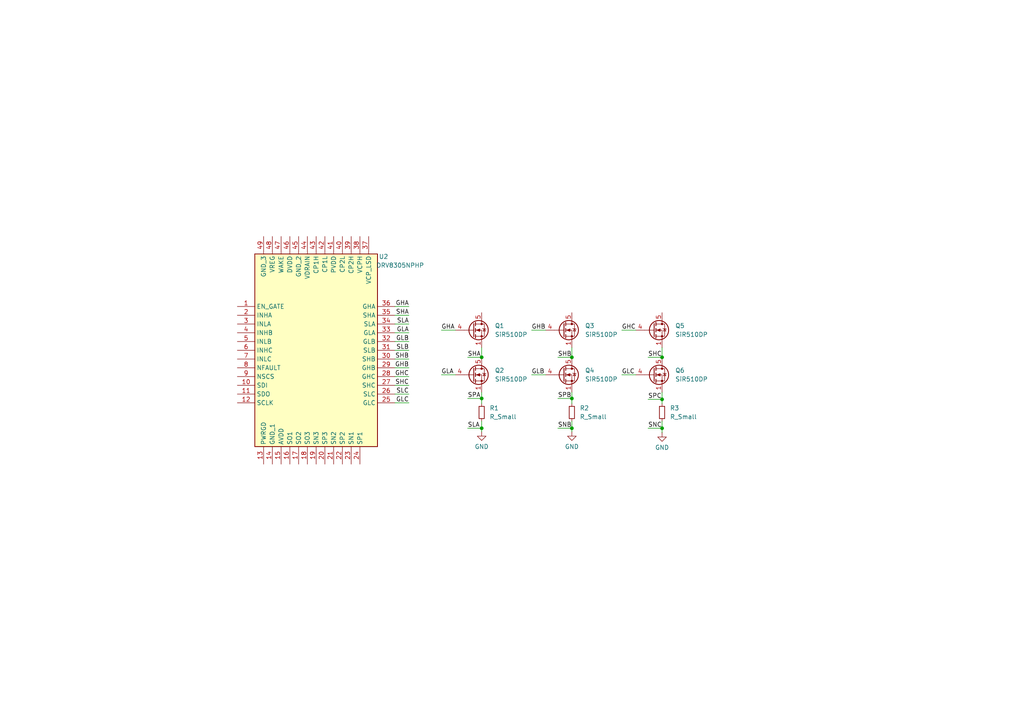
<source format=kicad_sch>
(kicad_sch (version 20240812) (generator "eeschema") (generator_version "8.99")
  (paper "A4")
  (title_block (title "DEVESC") (date "2024-10-06") (rev "V1.0") (company "Murex Robotics [Max Liu]") (comment 4 "Ultra-compact automotive BLDC gate driver + power switching module"))
  (lib_symbols
    (symbol "DRV8305NPHP:DRV8305NPHP"
      (property "Reference" "IC" (at 41.91 20.32 0))
      (property "Value" "DRV8305NPHP" (at 41.91 17.78 0))
      (symbol "DRV8305NPHP_1_1"
        (rectangle (start 5.08 15.24) (end 40.64 -40.64) (stroke (width 0.254)) (fill (type background)))
        (pin passive line (at 0 0 0) (length 5.08) (name "EN_GATE") (number "1"))
        (pin passive line (at 0 -2.54 0) (length 5.08) (name "INHA") (number "2"))
        (pin passive line (at 0 -5.08 0) (length 5.08) (name "INLA") (number "3"))
        (pin passive line (at 0 -7.62 0) (length 5.08) (name "INHB") (number "4"))
        (pin passive line (at 0 -10.16 0) (length 5.08) (name "INLB") (number "5"))
        (pin passive line (at 0 -12.7 0) (length 5.08) (name "INHC") (number "6"))
        (pin passive line (at 0 -15.24 0) (length 5.08) (name "INLC") (number "7"))
        (pin passive line (at 0 -17.78 0) (length 5.08) (name "NFAULT") (number "8"))
        (pin passive line (at 0 -20.32 0) (length 5.08) (name "NSCS") (number "9"))
        (pin passive line (at 0 -22.86 0) (length 5.08) (name "SDI") (number "10"))
        (pin passive line (at 0 -25.4 0) (length 5.08) (name "SDO") (number "11"))
        (pin passive line (at 0 -27.94 0) (length 5.08) (name "SCLK") (number "12"))
        (pin passive line (at 7.62 20.32 270) (length 5.08) (name "GND_3") (number "49"))
        (pin passive line (at 7.62 -45.72 90) (length 5.08) (name "PWRGD") (number "13"))
        (pin passive line (at 10.16 20.32 270) (length 5.08) (name "VREG") (number "48"))
        (pin passive line (at 10.16 -45.72 90) (length 5.08) (name "GND_1") (number "14"))
        (pin passive line (at 12.7 20.32 270) (length 5.08) (name "WAKE") (number "47"))
        (pin passive line (at 12.7 -45.72 90) (length 5.08) (name "AVDD") (number "15"))
        (pin passive line (at 15.24 20.32 270) (length 5.08) (name "DVDD") (number "46"))
        (pin passive line (at 15.24 -45.72 90) (length 5.08) (name "SO1") (number "16"))
        (pin passive line (at 17.78 20.32 270) (length 5.08) (name "GND_2") (number "45"))
        (pin passive line (at 17.78 -45.72 90) (length 5.08) (name "SO2") (number "17"))
        (pin passive line (at 20.32 20.32 270) (length 5.08) (name "VDRAIN") (number "44"))
        (pin passive line (at 20.32 -45.72 90) (length 5.08) (name "SO3") (number "18"))
        (pin passive line (at 22.86 20.32 270) (length 5.08) (name "CP1H") (number "43"))
        (pin passive line (at 22.86 -45.72 90) (length 5.08) (name "SN3") (number "19"))
        (pin passive line (at 25.4 20.32 270) (length 5.08) (name "CP1L") (number "42"))
        (pin passive line (at 25.4 -45.72 90) (length 5.08) (name "SP3") (number "20"))
        (pin passive line (at 27.94 20.32 270) (length 5.08) (name "PVDD") (number "41"))
        (pin passive line (at 27.94 -45.72 90) (length 5.08) (name "SN2") (number "21"))
        (pin passive line (at 30.48 20.32 270) (length 5.08) (name "CP2L") (number "40"))
        (pin passive line (at 30.48 -45.72 90) (length 5.08) (name "SP2") (number "22"))
        (pin passive line (at 33.02 20.32 270) (length 5.08) (name "CP2H") (number "39"))
        (pin passive line (at 33.02 -45.72 90) (length 5.08) (name "SN1") (number "23"))
        (pin passive line (at 35.56 20.32 270) (length 5.08) (name "VCPH") (number "38"))
        (pin passive line (at 35.56 -45.72 90) (length 5.08) (name "SP1") (number "24"))
        (pin passive line (at 38.1 20.32 270) (length 5.08) (name "VCP_LSD") (number "37"))
        (pin passive line (at 45.72 0 180) (length 5.08) (name "GHA") (number "36"))
        (pin passive line (at 45.72 -2.54 180) (length 5.08) (name "SHA") (number "35"))
        (pin passive line (at 45.72 -5.08 180) (length 5.08) (name "SLA") (number "34"))
        (pin passive line (at 45.72 -7.62 180) (length 5.08) (name "GLA") (number "33"))
        (pin passive line (at 45.72 -10.16 180) (length 5.08) (name "GLB") (number "32"))
        (pin passive line (at 45.72 -12.7 180) (length 5.08) (name "SLB") (number "31"))
        (pin passive line (at 45.72 -15.24 180) (length 5.08) (name "SHB") (number "30"))
        (pin passive line (at 45.72 -17.78 180) (length 5.08) (name "GHB") (number "29"))
        (pin passive line (at 45.72 -20.32 180) (length 5.08) (name "GHC") (number "28"))
        (pin passive line (at 45.72 -22.86 180) (length 5.08) (name "SHC") (number "27"))
        (pin passive line (at 45.72 -25.4 180) (length 5.08) (name "SLC") (number "26"))
        (pin passive line (at 45.72 -27.94 180) (length 5.08) (name "GLC") (number "25"))
      )
    )
    (symbol "Device:R_Small" (pin_numbers hide) (pin_names (offset 0.254) hide)
      (property "Reference" "R" (at 0.762 0.508 0))
      (property "Value" "R_Small" (at 0.762 -1.016 0))
      (symbol "R_Small_0_1"
        (rectangle (start -0.762 1.778) (end 0.762 -1.778) (stroke (width 0.2032)))
      )
      (symbol "R_Small_1_1"
        (pin passive line (at 0 2.54 270) (length 0.762) (name "~") (number "1"))
        (pin passive line (at 0 -2.54 90) (length 0.762) (name "~") (number "2"))
      )
    )
    (symbol "Transistor_FET:CSD16404Q5A" (pin_names hide)
      (property "Reference" "Q" (at 5.08 1.905 0))
      (property "Value" "CSD16404Q5A" (at 5.08 0 0))
      (symbol "CSD16404Q5A_0_1"
        (polyline (pts (xy 0.254 1.905) (xy 0.254 -1.905)) (stroke (width 0.254)))
        (polyline (pts (xy 0.254 0) (xy -2.54 0)))
        (polyline (pts (xy 0.762 2.286) (xy 0.762 1.27)) (stroke (width 0.254)))
        (polyline (pts (xy 0.762 0.508) (xy 0.762 -0.508)) (stroke (width 0.254)))
        (polyline (pts (xy 0.762 -1.27) (xy 0.762 -2.286)) (stroke (width 0.254)))
        (polyline (pts (xy 0.762 -1.778) (xy 3.302 -1.778) (xy 3.302 1.778) (xy 0.762 1.778)))
        (polyline (pts (xy 1.016 0) (xy 2.032 0.381) (xy 2.032 -0.381) (xy 1.016 0)) (fill (type outline)))
        (circle (center 1.651 0) (radius 2.794) (stroke (width 0.254)))
        (polyline (pts (xy 2.54 2.54) (xy 2.54 1.778)))
        (circle (center 2.54 1.778) (radius 0.254) (fill (type outline)))
        (circle (center 2.54 -1.778) (radius 0.254) (fill (type outline)))
        (polyline (pts (xy 2.54 -2.54) (xy 2.54 0) (xy 0.762 0)))
        (polyline (pts (xy 2.794 0.508) (xy 2.921 0.381) (xy 3.683 0.381) (xy 3.81 0.254)))
        (polyline (pts (xy 3.302 0.381) (xy 2.921 -0.254) (xy 3.683 -0.254) (xy 3.302 0.381)))
      )
      (symbol "CSD16404Q5A_1_1"
        (pin passive line (at -5.08 0 0) (length 2.54) (name "G") (number "4"))
        (pin passive line (at 2.54 5.08 270) (length 2.54) (name "D") (number "5"))
        (pin passive line (at 2.54 -5.08 90) (length 2.54) (name "S") (number "1"))
        (pin passive line (at 2.54 -5.08 90) (length 2.54) hide (name "S") (number "2"))
        (pin passive line (at 2.54 -5.08 90) (length 2.54) hide (name "S") (number "3"))
      )
    )
    (symbol "power:GND" (power) (pin_numbers hide) (pin_names (offset 0) hide)
      (property "Value" "GND" (at 0 -3.81 0))
      (symbol "GND_0_1"
        (polyline (pts (xy 0 0) (xy 0 -1.27) (xy 1.27 -1.27) (xy 0 -2.54) (xy -1.27 -1.27) (xy 0 -1.27)))
      )
      (symbol "GND_1_1"
        (pin power_in line (at 0 0 270) (length 0) (name "~") (number "1"))
      )
    )
  )
  (junction (at 165.862 115.57))
  (junction (at 192.024 115.824))
  (junction (at 139.7 124.206))
  (junction (at 192.024 103.632))
  (junction (at 139.7 103.632))
  (junction (at 165.862 103.632))
  (junction (at 165.862 124.206))
  (junction (at 139.7 115.57))
  (junction (at 192.024 124.206))
  (wire (pts (xy 114.554 91.44) (xy 118.618 91.44)))
  (wire (pts (xy 139.7 103.632) (xy 135.636 103.632)))
  (wire (pts (xy 114.554 93.98) (xy 118.618 93.98)))
  (wire (pts (xy 165.862 113.792) (xy 165.862 115.57)))
  (wire (pts (xy 192.024 115.824) (xy 192.024 117.094)))
  (wire (pts (xy 114.554 109.22) (xy 118.618 109.22)))
  (wire (pts (xy 132.08 108.712) (xy 128.016 108.712)))
  (wire (pts (xy 139.7 124.206) (xy 139.7 125.222)))
  (wire (pts (xy 192.024 124.206) (xy 187.96 124.206)))
  (wire (pts (xy 114.554 96.52) (xy 118.618 96.52)))
  (wire (pts (xy 139.7 115.57) (xy 139.7 117.094)))
  (wire (pts (xy 192.024 115.824) (xy 187.96 115.824)))
  (wire (pts (xy 165.862 115.57) (xy 161.798 115.57)))
  (wire (pts (xy 139.7 122.174) (xy 139.7 124.206)))
  (wire (pts (xy 165.862 124.206) (xy 161.798 124.206)))
  (wire (pts (xy 165.862 100.838) (xy 165.862 103.632)))
  (wire (pts (xy 114.554 88.9) (xy 118.618 88.9)))
  (wire (pts (xy 158.242 108.712) (xy 154.178 108.712)))
  (wire (pts (xy 192.024 122.174) (xy 192.024 124.206)))
  (wire (pts (xy 132.08 95.758) (xy 128.016 95.758)))
  (wire (pts (xy 165.862 103.632) (xy 161.798 103.632)))
  (wire (pts (xy 139.7 113.792) (xy 139.7 115.57)))
  (wire (pts (xy 114.554 114.3) (xy 118.618 114.3)))
  (wire (pts (xy 184.404 108.712) (xy 180.34 108.712)))
  (wire (pts (xy 184.404 95.758) (xy 180.34 95.758)))
  (wire (pts (xy 158.242 95.758) (xy 154.178 95.758)))
  (wire (pts (xy 192.024 124.206) (xy 192.024 125.476)))
  (wire (pts (xy 114.554 116.84) (xy 118.618 116.84)))
  (wire (pts (xy 165.862 124.206) (xy 165.862 125.222)))
  (wire (pts (xy 139.7 115.57) (xy 135.636 115.57)))
  (wire (pts (xy 192.024 113.792) (xy 192.024 115.824)))
  (wire (pts (xy 192.024 100.838) (xy 192.024 103.632)))
  (wire (pts (xy 192.024 103.632) (xy 187.96 103.632)))
  (wire (pts (xy 114.554 104.14) (xy 118.618 104.14)))
  (wire (pts (xy 114.554 99.06) (xy 118.618 99.06)))
  (wire (pts (xy 114.554 101.6) (xy 118.618 101.6)))
  (wire (pts (xy 165.862 115.57) (xy 165.862 117.094)))
  (wire (pts (xy 114.554 106.68) (xy 118.618 106.68)))
  (wire (pts (xy 139.7 100.838) (xy 139.7 103.632)))
  (wire (pts (xy 114.554 111.76) (xy 118.618 111.76)))
  (wire (pts (xy 165.862 122.174) (xy 165.862 124.206)))
  (wire (pts (xy 135.636 124.206) (xy 139.7 124.206)))
  (label "GHB" (at 154.178 95.758 0))
  (label "GLA" (at 128.016 108.712 0))
  (label "SNC" (at 187.96 124.206 0))
  (label "GHA" (at 128.016 95.758 0))
  (label "SLC" (at 118.618 114.3 180))
  (label "GHC" (at 118.618 109.22 180))
  (label "SLA" (at 118.618 93.98 180))
  (label "SPB" (at 161.798 115.57 0))
  (label "SPC" (at 187.96 115.824 0))
  (label "GHA" (at 118.618 88.9 180))
  (label "GHC" (at 180.34 95.758 0))
  (label "SHC" (at 118.618 111.76 180))
  (label "SLB" (at 118.618 101.6 180))
  (label "SHB" (at 118.618 104.14 180))
  (label "GLB" (at 118.618 99.06 180))
  (label "GLC" (at 180.34 108.712 0))
  (label "GHB" (at 118.618 106.68 180))
  (label "SHC" (at 187.96 103.632 0))
  (label "SHB" (at 161.798 103.632 0))
  (label "SHA" (at 118.618 91.44 180))
  (label "GLA" (at 118.618 96.52 180))
  (label "GLB" (at 154.178 108.712 0))
  (label "GLC" (at 118.618 116.84 180))
  (label "SNB" (at 161.798 124.206 0))
  (label "SLA" (at 135.636 124.206 0))
  (label "SPA" (at 135.636 115.57 0))
  (label "SHA" (at 135.636 103.632 0))
  (symbol (lib_id "Device:R_Small") (at 165.862 119.634 0) (unit 1)
    (property "Reference" "R2" (at 168.148 118.364 0) (effects (justify left)))
    (property "Value" "R_Small" (at 168.148 120.904 0) (effects (justify left)))
    (property "Description" "Resistor, small symbol" (effects (hide yes)))
  )
  (symbol (lib_id "Transistor_FET:CSD16404Q5A") (at 137.16 108.712 0) (unit 1)
    (property "Reference" "Q2" (at 143.51 107.442 0) (effects (justify left)))
    (property "Value" "SiR510DP" (at 143.51 109.982 0) (effects (justify left)))
    (property "Footprint" "Package_TO_SOT_SMD:TDSON-8-1" (effects (hide yes)))
    (property "Datasheet" "http://www.ti.com/lit/gpn/csd16404q5a" (effects (hide yes)))
    (property "Description" "100A Id, 25V Vds, NexFET N-Channel Power MOSFET, 5.1mOhm Ron, Qg (typ) 6.5nC, SON8 5x6mm" (effects (hide yes)))
  )
  (symbol (lib_id "power:GND") (at 165.862 125.222 0) (unit 1)
    (property "Reference" "#PWR02" (effects (hide yes)))
    (property "Value" "GND" (at 165.862 129.54 0))
    (property "Description" "Power symbol creates a global label with name \"GND\" , ground" (effects (hide yes)))
  )
  (symbol (lib_id "DRV8305NPHP:DRV8305NPHP") (at 68.834 88.9 0) (unit 1)
    (property "Reference" "U2" (at 111.252 74.422 0))
    (property "Value" "DRV8305NPHP" (at 116.078 76.962 0))
    (property "Footprint" "QFP50P900X900X120-49N" (effects (hide yes)))
    (property "Datasheet" "http://www.ti.com/lit/gpn/DRV8305" (effects (hide yes)))
    (property "Description" "Three phase gate driver with three integrated current shunt amplifiers" (effects (hide yes)))
    (property "Height" "1.2" (effects (hide yes)))
    (property "Manufacturer_Name" "Texas Instruments" (effects (hide yes)))
    (property "Manufacturer_Part_Number" "DRV8305NPHP" (effects (hide yes)))
    (property "Mouser Part Number" "595-DRV8305NPHP" (effects (hide yes)))
    (property "Mouser Price/Stock" "https://www.mouser.co.uk/ProductDetail/Texas-Instruments/DRV8305NPHP?qs=kFLL9AfgRSBx%252BbxN8KCMrQ%3D%3D" (effects (hide yes)))
    (property "Arrow Part Number" "DRV8305NPHP" (effects (hide yes)))
    (property "Arrow Price/Stock" "https://www.arrow.com/en/products/drv8305nphp/texas-instruments?region=nac" (effects (hide yes)))
  )
  (symbol (lib_id "Transistor_FET:CSD16404Q5A") (at 189.484 95.758 0) (unit 1)
    (property "Reference" "Q5" (at 195.834 94.488 0) (effects (justify left)))
    (property "Value" "SiR510DP" (at 195.834 97.028 0) (effects (justify left)))
    (property "Footprint" "Package_TO_SOT_SMD:TDSON-8-1" (effects (hide yes)))
    (property "Datasheet" "http://www.ti.com/lit/gpn/csd16404q5a" (effects (hide yes)))
    (property "Description" "100A Id, 25V Vds, NexFET N-Channel Power MOSFET, 5.1mOhm Ron, Qg (typ) 6.5nC, SON8 5x6mm" (effects (hide yes)))
  )
  (symbol (lib_id "Transistor_FET:CSD16404Q5A") (at 163.322 108.712 0) (unit 1)
    (property "Reference" "Q4" (at 169.672 107.442 0) (effects (justify left)))
    (property "Value" "SiR510DP" (at 169.672 109.982 0) (effects (justify left)))
    (property "Footprint" "Package_TO_SOT_SMD:TDSON-8-1" (effects (hide yes)))
    (property "Datasheet" "http://www.ti.com/lit/gpn/csd16404q5a" (effects (hide yes)))
    (property "Description" "100A Id, 25V Vds, NexFET N-Channel Power MOSFET, 5.1mOhm Ron, Qg (typ) 6.5nC, SON8 5x6mm" (effects (hide yes)))
  )
  (symbol (lib_id "Transistor_FET:CSD16404Q5A") (at 189.484 108.712 0) (unit 1)
    (property "Reference" "Q6" (at 195.834 107.442 0) (effects (justify left)))
    (property "Value" "SiR510DP" (at 195.834 109.982 0) (effects (justify left)))
    (property "Footprint" "Package_TO_SOT_SMD:TDSON-8-1" (effects (hide yes)))
    (property "Datasheet" "http://www.ti.com/lit/gpn/csd16404q5a" (effects (hide yes)))
    (property "Description" "100A Id, 25V Vds, NexFET N-Channel Power MOSFET, 5.1mOhm Ron, Qg (typ) 6.5nC, SON8 5x6mm" (effects (hide yes)))
  )
  (symbol (lib_id "Device:R_Small") (at 139.7 119.634 0) (unit 1)
    (property "Reference" "R1" (at 141.986 118.364 0) (effects (justify left)))
    (property "Value" "R_Small" (at 141.986 120.904 0) (effects (justify left)))
    (property "Description" "Resistor, small symbol" (effects (hide yes)))
  )
  (symbol (lib_id "power:GND") (at 192.024 125.476 0) (unit 1)
    (property "Reference" "#PWR03" (effects (hide yes)))
    (property "Value" "GND" (at 192.024 129.794 0))
    (property "Description" "Power symbol creates a global label with name \"GND\" , ground" (effects (hide yes)))
  )
  (symbol (lib_id "Device:R_Small") (at 192.024 119.634 0) (unit 1)
    (property "Reference" "R3" (at 194.31 118.364 0) (effects (justify left)))
    (property "Value" "R_Small" (at 194.31 120.904 0) (effects (justify left)))
    (property "Description" "Resistor, small symbol" (effects (hide yes)))
  )
  (symbol (lib_id "Transistor_FET:CSD16404Q5A") (at 163.322 95.758 0) (unit 1)
    (property "Reference" "Q3" (at 169.672 94.488 0) (effects (justify left)))
    (property "Value" "SiR510DP" (at 169.672 97.028 0) (effects (justify left)))
    (property "Footprint" "Package_TO_SOT_SMD:TDSON-8-1" (effects (hide yes)))
    (property "Datasheet" "http://www.ti.com/lit/gpn/csd16404q5a" (effects (hide yes)))
    (property "Description" "100A Id, 25V Vds, NexFET N-Channel Power MOSFET, 5.1mOhm Ron, Qg (typ) 6.5nC, SON8 5x6mm" (effects (hide yes)))
  )
  (symbol (lib_id "power:GND") (at 139.7 125.222 0) (unit 1)
    (property "Reference" "#PWR01" (effects (hide yes)))
    (property "Value" "GND" (at 139.7 129.54 0))
    (property "Description" "Power symbol creates a global label with name \"GND\" , ground" (effects (hide yes)))
  )
  (symbol (lib_id "Transistor_FET:CSD16404Q5A") (at 137.16 95.758 0) (unit 1)
    (property "Reference" "Q1" (at 143.51 94.488 0) (effects (justify left)))
    (property "Value" "SiR510DP" (at 143.51 97.028 0) (effects (justify left)))
    (property "Footprint" "Package_TO_SOT_SMD:TDSON-8-1" (effects (hide yes)))
    (property "Datasheet" "http://www.ti.com/lit/gpn/csd16404q5a" (effects (hide yes)))
    (property "Description" "100A Id, 25V Vds, NexFET N-Channel Power MOSFET, 5.1mOhm Ron, Qg (typ) 6.5nC, SON8 5x6mm" (effects (hide yes)))
  )
)
</source>
